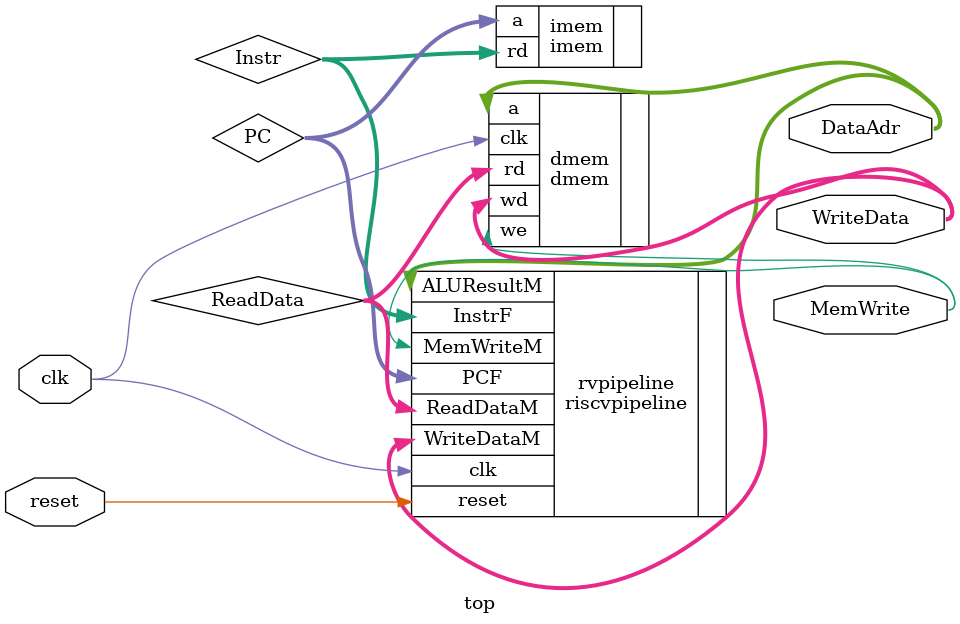
<source format=v>
module top(input  clk, reset, 
           output [31:0] WriteData, DataAdr, 
           output MemWrite);
  
  wire [31:0] PC, Instr, ReadData; 
  
  // instantiate processor and memories
  riscvpipeline rvpipeline(
    .clk(clk), 
    .reset(reset), 
    .PCF(PC), 
    .InstrF(Instr), 
    .MemWriteM(MemWrite), 
    .ALUResultM(DataAdr), 
    .WriteDataM(WriteData), 
    .ReadDataM(ReadData)
  ); 

  imem imem(
    .a(PC), 
    .rd(Instr)
  ); 

  dmem dmem(
    .clk(clk), 
    .we(MemWrite), 
    .a(DataAdr), 
    .wd(WriteData), 
    .rd(ReadData)
  ); 
endmodule
</source>
